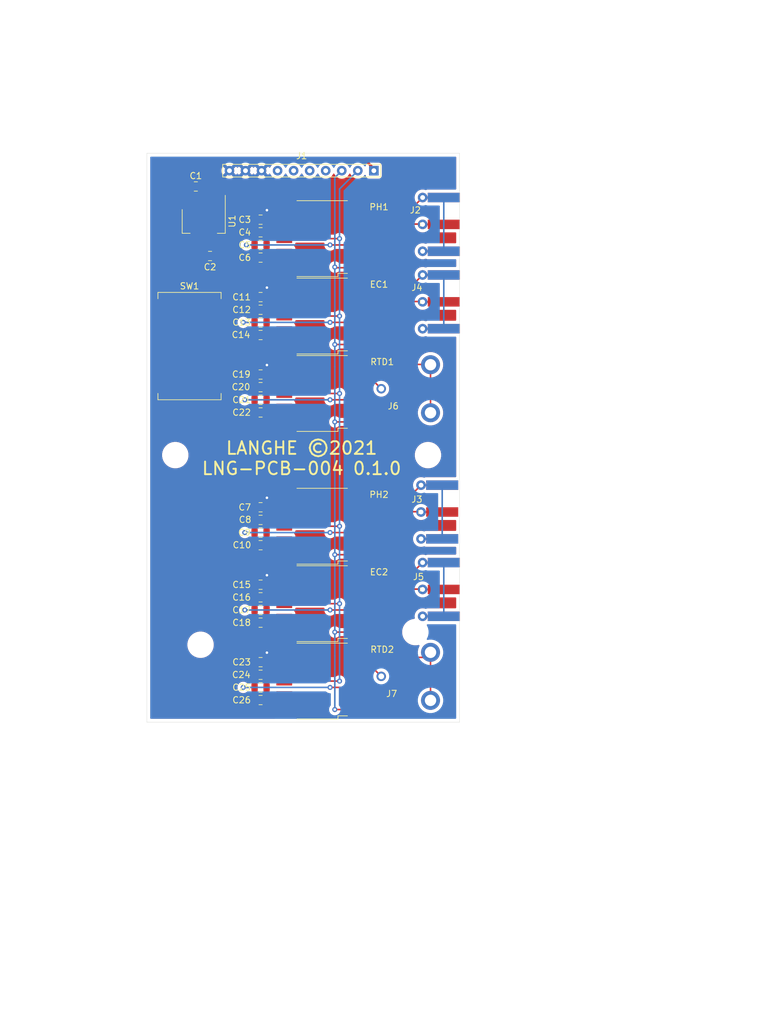
<source format=kicad_pcb>
(kicad_pcb (version 20211014) (generator pcbnew)
  (layers (0 "F.Cu" signal) (31 "B.Cu" signal) (34 "B.Paste" user) (35 "F.Paste" user) (36 "B.SilkS" user "B.Silkscreen") (37 "F.SilkS" user "F.Silkscreen") (38 "B.Mask" user) (39 "F.Mask" user) (44 "Edge.Cuts" user))
  (net 0 "")
  (net 1 "GND")
  (net 2 "VDD")
  (net 3 "+3V3")
  (net 4 "/R_PH_VCC")
  (net 5 "/S_PH_VCC")
  (net 6 "/R_EC_VCC")
  (net 7 "/S_EC_VCC")
  (net 8 "/R_RTD_VCC")
  (net 9 "/S_RTD_VCC")
  (net 10 "Net-(EC1-Pad10)")
  (net 11 "Net-(EC1-Pad9)")
  (net 12 "/SCL")
  (net 13 "Net-(EC1-Pad7)")
  (net 14 "Net-(EC1-Pad5)")
  (net 15 "Net-(EC1-Pad4)")
  (net 16 "Net-(EC1-Pad2)")
  (net 17 "/SDA")
  (net 18 "Net-(EC2-Pad10)")
  (net 19 "Net-(EC2-Pad9)")
  (net 20 "Net-(EC2-Pad7)")
  (net 21 "Net-(EC2-Pad5)")
  (net 22 "Net-(EC2-Pad4)")
  (net 23 "Net-(EC2-Pad2)")
  (net 24 "Net-(J1-Pad7)")
  (net 25 "Net-(J1-Pad6)")
  (net 26 "Net-(J1-Pad5)")
  (net 27 "Net-(J1-Pad4)")
  (net 28 "Net-(J2-Pad1)")
  (net 29 "Net-(J2-Pad2)")
  (net 30 "Net-(J3-Pad1)")
  (net 31 "Net-(J3-Pad2)")
  (net 32 "Net-(J6-Pad1)")
  (net 33 "Net-(J6-Pad2)")
  (net 34 "Net-(J7-Pad1)")
  (net 35 "Net-(J7-Pad2)")
  (net 36 "Net-(PH1-Pad10)")
  (net 37 "Net-(PH1-Pad9)")
  (net 38 "Net-(PH1-Pad7)")
  (net 39 "Net-(PH1-Pad2)")
  (net 40 "Net-(PH2-Pad10)")
  (net 41 "Net-(PH2-Pad9)")
  (net 42 "Net-(PH2-Pad7)")
  (net 43 "Net-(PH2-Pad2)")
  (net 44 "Net-(RTD1-Pad10)")
  (net 45 "Net-(RTD1-Pad9)")
  (net 46 "Net-(RTD1-Pad7)")
  (net 47 "Net-(RTD1-Pad2)")
  (net 48 "Net-(RTD2-Pad10)")
  (net 49 "Net-(RTD2-Pad9)")
  (net 50 "Net-(RTD2-Pad7)")
  (net 51 "Net-(RTD2-Pad2)")
  (footprint "Capacitor_SMD:C_0805_2012Metric" (layer "F.Cu") (at 208.25 24.5)
    (fp_text reference "C1" (at 0 -1.68) (layer "F.SilkS"))
    (fp_text value "0.1uF")
    (pad "1" smd roundrect locked (at -0.95 0) (size 1 1.45) (layers "F.Cu" "F.Paste" "F.Mask") (net 2 "VDD"))
    (pad "2" smd roundrect locked (at 0.95 0) (size 1 1.45) (layers "F.Cu" "F.Paste" "F.Mask") (net 1 "GND"))
  )
  (footprint "Capacitor_SMD:C_0805_2012Metric" (layer "F.Cu") (at 210.5 35.5)
    (fp_text reference "C2" (at 0 1.75) (layer "F.SilkS"))
    (fp_text value "0.1uF")
    (pad "1" smd roundrect locked (at -0.95 0) (size 1 1.45) (layers "F.Cu" "F.Paste" "F.Mask") (net 3 "+3V3"))
    (pad "2" smd roundrect locked (at 0.95 0) (size 1 1.45) (layers "F.Cu" "F.Paste" "F.Mask") (net 1 "GND"))
  )
  (footprint "Capacitor_SMD:C_0805_2012Metric" (layer "F.Cu") (at 218.5 29.75)
    (fp_text reference "C3" (at -2.5 0) (layer "F.SilkS"))
    (fp_text value "0.1uF")
    (pad "1" smd roundrect locked (at -0.95 0) (size 1 1.45) (layers "F.Cu" "F.Paste" "F.Mask") (net 4 "/R_PH_VCC"))
    (pad "2" smd roundrect locked (at 0.95 0) (size 1 1.45) (layers "F.Cu" "F.Paste" "F.Mask") (net 1 "GND"))
  )
  (footprint "Capacitor_SMD:C_0805_2012Metric" (layer "F.Cu") (at 218.5 31.75)
    (fp_text reference "C4" (at -2.5 0) (layer "F.SilkS"))
    (fp_text value "0.1uF")
    (pad "1" smd roundrect locked (at -0.95 0) (size 1 1.45) (layers "F.Cu" "F.Paste" "F.Mask") (net 4 "/R_PH_VCC"))
    (pad "2" smd roundrect locked (at 0.95 0) (size 1 1.45) (layers "F.Cu" "F.Paste" "F.Mask") (net 1 "GND"))
  )
  (footprint "Capacitor_SMD:C_0805_2012Metric" (layer "F.Cu") (at 218.5 33.75)
    (fp_text reference "C5" (at -2.5 0) (layer "F.SilkS"))
    (fp_text value "0.1uF")
    (pad "1" smd roundrect locked (at -0.95 0) (size 1 1.45) (layers "F.Cu" "F.Paste" "F.Mask") (net 4 "/R_PH_VCC"))
    (pad "2" smd roundrect locked (at 0.95 0) (size 1 1.45) (layers "F.Cu" "F.Paste" "F.Mask") (net 1 "GND"))
  )
  (footprint "Capacitor_SMD:C_0805_2012Metric" (layer "F.Cu") (at 218.5 35.75)
    (fp_text reference "C6" (at -2.5 0) (layer "F.SilkS"))
    (fp_text value "0.1uF")
    (pad "1" smd roundrect locked (at -0.95 0) (size 1 1.45) (layers "F.Cu" "F.Paste" "F.Mask") (net 4 "/R_PH_VCC"))
    (pad "2" smd roundrect locked (at 0.95 0) (size 1 1.45) (layers "F.Cu" "F.Paste" "F.Mask") (net 1 "GND"))
  )
  (footprint "Capacitor_SMD:C_0805_2012Metric" (layer "F.Cu") (at 218.5 75.25)
    (fp_text reference "C7" (at -2.5 0) (layer "F.SilkS"))
    (fp_text value "0.1uF")
    (pad "1" smd roundrect locked (at -0.95 0) (size 1 1.45) (layers "F.Cu" "F.Paste" "F.Mask") (net 5 "/S_PH_VCC"))
    (pad "2" smd roundrect locked (at 0.95 0) (size 1 1.45) (layers "F.Cu" "F.Paste" "F.Mask") (net 1 "GND"))
  )
  (footprint "Capacitor_SMD:C_0805_2012Metric" (layer "F.Cu") (at 218.5 77.25)
    (fp_text reference "C8" (at -2.45 -0.04) (layer "F.SilkS"))
    (fp_text value "0.1uF")
    (pad "1" smd roundrect locked (at -0.95 0) (size 1 1.45) (layers "F.Cu" "F.Paste" "F.Mask") (net 5 "/S_PH_VCC"))
    (pad "2" smd roundrect locked (at 0.95 0) (size 1 1.45) (layers "F.Cu" "F.Paste" "F.Mask") (net 1 "GND"))
  )
  (footprint "Capacitor_SMD:C_0805_2012Metric" (layer "F.Cu") (at 218.5 79.25)
    (fp_text reference "C9" (at -2.56 0) (layer "F.SilkS"))
    (fp_text value "0.1uF")
    (pad "1" smd roundrect locked (at -0.95 0) (size 1 1.45) (layers "F.Cu" "F.Paste" "F.Mask") (net 5 "/S_PH_VCC"))
    (pad "2" smd roundrect locked (at 0.95 0) (size 1 1.45) (layers "F.Cu" "F.Paste" "F.Mask") (net 1 "GND"))
  )
  (footprint "Capacitor_SMD:C_0805_2012Metric" (layer "F.Cu") (at 218.5 81.25)
    (fp_text reference "C10" (at -2.95 -0.03) (layer "F.SilkS"))
    (fp_text value "0.1uF")
    (pad "1" smd roundrect locked (at -0.95 0) (size 1 1.45) (layers "F.Cu" "F.Paste" "F.Mask") (net 5 "/S_PH_VCC"))
    (pad "2" smd roundrect locked (at 0.95 0) (size 1 1.45) (layers "F.Cu" "F.Paste" "F.Mask") (net 1 "GND"))
  )
  (footprint "Capacitor_SMD:C_0805_2012Metric" (layer "F.Cu") (at 218.5 42)
    (fp_text reference "C11" (at -3 0) (layer "F.SilkS"))
    (fp_text value "0.1uF")
    (pad "1" smd roundrect locked (at -0.95 0) (size 1 1.45) (layers "F.Cu" "F.Paste" "F.Mask") (net 6 "/R_EC_VCC"))
    (pad "2" smd roundrect locked (at 0.95 0) (size 1 1.45) (layers "F.Cu" "F.Paste" "F.Mask") (net 1 "GND"))
  )
  (footprint "Capacitor_SMD:C_0805_2012Metric" (layer "F.Cu") (at 218.5 44)
    (fp_text reference "C12" (at -3 0) (layer "F.SilkS"))
    (fp_text value "0.1uF")
    (pad "1" smd roundrect locked (at -0.95 0) (size 1 1.45) (layers "F.Cu" "F.Paste" "F.Mask") (net 6 "/R_EC_VCC"))
    (pad "2" smd roundrect locked (at 0.95 0) (size 1 1.45) (layers "F.Cu" "F.Paste" "F.Mask") (net 1 "GND"))
  )
  (footprint "Capacitor_SMD:C_0805_2012Metric" (layer "F.Cu") (at 218.5 46)
    (fp_text reference "C13" (at -3 0) (layer "F.SilkS"))
    (fp_text value "0.1uF")
    (pad "1" smd roundrect locked (at -0.95 0) (size 1 1.45) (layers "F.Cu" "F.Paste" "F.Mask") (net 6 "/R_EC_VCC"))
    (pad "2" smd roundrect locked (at 0.95 0) (size 1 1.45) (layers "F.Cu" "F.Paste" "F.Mask") (net 1 "GND"))
  )
  (footprint "Capacitor_SMD:C_0805_2012Metric" (layer "F.Cu") (at 218.5 48)
    (fp_text reference "C14" (at -3.1 -0.04) (layer "F.SilkS"))
    (fp_text value "0.1uF")
    (pad "1" smd roundrect locked (at -0.95 0) (size 1 1.45) (layers "F.Cu" "F.Paste" "F.Mask") (net 6 "/R_EC_VCC"))
    (pad "2" smd roundrect locked (at 0.95 0) (size 1 1.45) (layers "F.Cu" "F.Paste" "F.Mask") (net 1 "GND"))
  )
  (footprint "Capacitor_SMD:C_0805_2012Metric" (layer "F.Cu") (at 218.5 87.5)
    (fp_text reference "C15" (at -3 0) (layer "F.SilkS"))
    (fp_text value "0.1uF")
    (pad "1" smd roundrect locked (at -0.95 0) (size 1 1.45) (layers "F.Cu" "F.Paste" "F.Mask") (net 7 "/S_EC_VCC"))
    (pad "2" smd roundrect locked (at 0.95 0) (size 1 1.45) (layers "F.Cu" "F.Paste" "F.Mask") (net 1 "GND"))
  )
  (footprint "Capacitor_SMD:C_0805_2012Metric" (layer "F.Cu") (at 218.5 89.5)
    (fp_text reference "C16" (at -3 0) (layer "F.SilkS"))
    (fp_text value "0.1uF")
    (pad "1" smd roundrect locked (at -0.95 0) (size 1 1.45) (layers "F.Cu" "F.Paste" "F.Mask") (net 7 "/S_EC_VCC"))
    (pad "2" smd roundrect locked (at 0.95 0) (size 1 1.45) (layers "F.Cu" "F.Paste" "F.Mask") (net 1 "GND"))
  )
  (footprint "Capacitor_SMD:C_0805_2012Metric" (layer "F.Cu") (at 218.5 91.5)
    (fp_text reference "C17" (at -3 0) (layer "F.SilkS"))
    (fp_text value "0.1uF")
    (pad "1" smd roundrect locked (at -0.95 0) (size 1 1.45) (layers "F.Cu" "F.Paste" "F.Mask") (net 7 "/S_EC_VCC"))
    (pad "2" smd roundrect locked (at 0.95 0) (size 1 1.45) (layers "F.Cu" "F.Paste" "F.Mask") (net 1 "GND"))
  )
  (footprint "Capacitor_SMD:C_0805_2012Metric" (layer "F.Cu") (at 218.5 93.5)
    (fp_text reference "C18" (at -3 0) (layer "F.SilkS"))
    (fp_text value "0.1uF")
    (pad "1" smd roundrect locked (at -0.95 0) (size 1 1.45) (layers "F.Cu" "F.Paste" "F.Mask") (net 7 "/S_EC_VCC"))
    (pad "2" smd roundrect locked (at 0.95 0) (size 1 1.45) (layers "F.Cu" "F.Paste" "F.Mask") (net 1 "GND"))
  )
  (footprint "Capacitor_SMD:C_0805_2012Metric" (layer "F.Cu") (at 218.5 54.25)
    (fp_text reference "C19" (at -3.05 -0.03) (layer "F.SilkS"))
    (fp_text value "0.1uF")
    (pad "1" smd roundrect locked (at -0.95 0) (size 1 1.45) (layers "F.Cu" "F.Paste" "F.Mask") (net 8 "/R_RTD_VCC"))
    (pad "2" smd roundrect locked (at 0.95 0) (size 1 1.45) (layers "F.Cu" "F.Paste" "F.Mask") (net 1 "GND"))
  )
  (footprint "Capacitor_SMD:C_0805_2012Metric" (layer "F.Cu") (at 218.5 56.25)
    (fp_text reference "C20" (at -3.1 -0.03) (layer "F.SilkS"))
    (fp_text value "0.1uF")
    (pad "1" smd roundrect locked (at -0.95 0) (size 1 1.45) (layers "F.Cu" "F.Paste" "F.Mask") (net 8 "/R_RTD_VCC"))
    (pad "2" smd roundrect locked (at 0.95 0) (size 1 1.45) (layers "F.Cu" "F.Paste" "F.Mask") (net 1 "GND"))
  )
  (footprint "Capacitor_SMD:C_0805_2012Metric" (layer "F.Cu") (at 218.5 58.25)
    (fp_text reference "C21" (at -3 0) (layer "F.SilkS"))
    (fp_text value "0.1uF")
    (pad "1" smd roundrect locked (at -0.95 0) (size 1 1.45) (layers "F.Cu" "F.Paste" "F.Mask") (net 8 "/R_RTD_VCC"))
    (pad "2" smd roundrect locked (at 0.95 0) (size 1 1.45) (layers "F.Cu" "F.Paste" "F.Mask") (net 1 "GND"))
  )
  (footprint "Capacitor_SMD:C_0805_2012Metric" (layer "F.Cu") (at 218.5 60.25)
    (fp_text reference "C22" (at -3 0) (layer "F.SilkS"))
    (fp_text value "0.1uF")
    (pad "1" smd roundrect locked (at -0.95 0) (size 1 1.45) (layers "F.Cu" "F.Paste" "F.Mask") (net 8 "/R_RTD_VCC"))
    (pad "2" smd roundrect locked (at 0.95 0) (size 1 1.45) (layers "F.Cu" "F.Paste" "F.Mask") (net 1 "GND"))
  )
  (footprint "Capacitor_SMD:C_0805_2012Metric" (layer "F.Cu") (at 218.5 99.75)
    (fp_text reference "C23" (at -3 0) (layer "F.SilkS"))
    (fp_text value "0.1uF")
    (pad "1" smd roundrect locked (at -0.95 0) (size 1 1.45) (layers "F.Cu" "F.Paste" "F.Mask") (net 9 "/S_RTD_VCC"))
    (pad "2" smd roundrect locked (at 0.95 0) (size 1 1.45) (layers "F.Cu" "F.Paste" "F.Mask") (net 1 "GND"))
  )
  (footprint "Capacitor_SMD:C_0805_2012Metric" (layer "F.Cu") (at 218.5 101.75)
    (fp_text reference "C24" (at -3.05 0) (layer "F.SilkS"))
    (fp_text value "0.1uF")
    (pad "1" smd roundrect locked (at -0.95 0) (size 1 1.45) (layers "F.Cu" "F.Paste" "F.Mask") (net 9 "/S_RTD_VCC"))
    (pad "2" smd roundrect locked (at 0.95 0) (size 1 1.45) (layers "F.Cu" "F.Paste" "F.Mask") (net 1 "GND"))
  )
  (footprint "Capacitor_SMD:C_0805_2012Metric" (layer "F.Cu") (at 218.5 103.75)
    (fp_text reference "C25" (at -3 0) (layer "F.SilkS"))
    (fp_text value "0.1uF")
    (pad "1" smd roundrect locked (at -0.95 0) (size 1 1.45) (layers "F.Cu" "F.Paste" "F.Mask") (net 9 "/S_RTD_VCC"))
    (pad "2" smd roundrect locked (at 0.95 0) (size 1 1.45) (layers "F.Cu" "F.Paste" "F.Mask") (net 1 "GND"))
  )
  (footprint "Capacitor_SMD:C_0805_2012Metric" (layer "F.Cu") (at 218.5 105.75)
    (fp_text reference "C26" (at -3 0) (layer "F.SilkS"))
    (fp_text value "0.1uF")
    (pad "1" smd roundrect locked (at -0.95 0) (size 1 1.45) (layers "F.Cu" "F.Paste" "F.Mask") (net 9 "/S_RTD_VCC"))
    (pad "2" smd roundrect locked (at 0.95 0) (size 1 1.45) (layers "F.Cu" "F.Paste" "F.Mask") (net 1 "GND"))
  )
  (footprint "BCR_Langhe:AtlasScientific_OEM" (layer "F.Cu") (at 228.25 90.5 180)
    (fp_text reference "EC2" (at -9 5) (layer "F.SilkS"))
    (fp_text value "AtlasScientific_EC")
    (pad "1" smd rect locked (at -6 -4.6 180) (size 2.5 1.4) (layers "F.Cu" "F.Paste" "F.Mask") (net 17 "/SDA"))
    (pad "2" smd rect locked (at -6 -2.3 180) (size 2.5 1.4) (layers "F.Cu" "F.Paste" "F.Mask") (net 23 "Net-(EC2-Pad2)"))
    (pad "3" smd rect locked (at -6 0 180) (size 2.5 1.4) (layers "F.Cu" "F.Paste" "F.Mask") (net 7 "/S_EC_VCC"))
    (pad "4" smd rect locked (at -6 2.3 180) (size 2.5 1.4) (layers "F.Cu" "F.Paste" "F.Mask") (net 22 "Net-(EC2-Pad4)"))
    (pad "5" smd rect locked (at -6 4.6 180) (size 2.5 1.4) (layers "F.Cu" "F.Paste" "F.Mask") (net 21 "Net-(EC2-Pad5)"))
    (pad "6" smd rect locked (at 6 4.6 180) (size 2.5 1.4) (layers "F.Cu" "F.Paste" "F.Mask") (net 1 "GND"))
    (pad "7" smd rect locked (at 6 2.3 180) (size 2.5 1.4) (layers "F.Cu" "F.Paste" "F.Mask") (net 20 "Net-(EC2-Pad7)"))
    (pad "8" smd rect locked (at 6 0 180) (size 2.5 1.4) (layers "F.Cu" "F.Paste" "F.Mask") (net 12 "/SCL"))
    (pad "9" smd rect locked (at 6 -2.3 180) (size 2.5 1.4) (layers "F.Cu" "F.Paste" "F.Mask") (net 19 "Net-(EC2-Pad9)"))
    (pad "10" smd rect locked (at 6 -4.6 180) (size 2.5 1.4) (layers "F.Cu" "F.Paste" "F.Mask") (net 18 "Net-(EC2-Pad10)"))
  )
  (footprint "BCR_Connector:Molex_BNC_Jack_73100" (layer "F.Cu") (at 245.25 56.5 90)
    (fp_text reference "J6" (at -2.75 -5.75) (layer "F.SilkS"))
    (fp_text value "BNC")
    (pad "1" thru_hole circle locked (at 0 -7.65 90) (size 1.5 1.5) (drill 0.92) (layers *.Cu *.Mask) (net 32 "Net-(J6-Pad1)"))
    (pad "2" thru_hole circle locked (at 3.8 0.15 90) (size 3 3) (drill 1.8) (layers *.Cu *.Mask) (net 33 "Net-(J6-Pad2)"))
    (pad "2" thru_hole circle locked (at -3.8 0.15 90) (size 3 3) (drill 1.8) (layers *.Cu *.Mask) (net 33 "Net-(J6-Pad2)"))
  )
  (footprint "BCR_Langhe:AtlasScientific_OEM" (layer "F.Cu") (at 228.25 32.75 180)
    (fp_text reference "PH1" (at -9 5) (layer "F.SilkS"))
    (fp_text value "AtlasScientific_PH")
    (pad "1" smd rect locked (at -6 -4.6 180) (size 2.5 1.4) (layers "F.Cu" "F.Paste" "F.Mask") (net 17 "/SDA"))
    (pad "2" smd rect locked (at -6 -2.3 180) (size 2.5 1.4) (layers "F.Cu" "F.Paste" "F.Mask") (net 39 "Net-(PH1-Pad2)"))
    (pad "3" smd rect locked (at -6 0 180) (size 2.5 1.4) (layers "F.Cu" "F.Paste" "F.Mask") (net 4 "/R_PH_VCC"))
    (pad "4" smd rect locked (at -6 2.3 180) (size 2.5 1.4) (layers "F.Cu" "F.Paste" "F.Mask") (net 28 "Net-(J2-Pad1)"))
    (pad "5" smd rect locked (at -6 4.6 180) (size 2.5 1.4) (layers "F.Cu" "F.Paste" "F.Mask") (net 29 "Net-(J2-Pad2)"))
    (pad "6" smd rect locked (at 6 4.6 180) (size 2.5 1.4) (layers "F.Cu" "F.Paste" "F.Mask") (net 1 "GND"))
    (pad "7" smd rect locked (at 6 2.3 180) (size 2.5 1.4) (layers "F.Cu" "F.Paste" "F.Mask") (net 38 "Net-(PH1-Pad7)"))
    (pad "8" smd rect locked (at 6 0 180) (size 2.5 1.4) (layers "F.Cu" "F.Paste" "F.Mask") (net 12 "/SCL"))
    (pad "9" smd rect locked (at 6 -2.3 180) (size 2.5 1.4) (layers "F.Cu" "F.Paste" "F.Mask") (net 37 "Net-(PH1-Pad9)"))
    (pad "10" smd rect locked (at 6 -4.6 180) (size 2.5 1.4) (layers "F.Cu" "F.Paste" "F.Mask") (net 36 "Net-(PH1-Pad10)"))
  )
  (footprint "BCR_Langhe:AtlasScientific_OEM" (layer "F.Cu") (at 228.25 78.25 180)
    (fp_text reference "PH2" (at -9 5) (layer "F.SilkS"))
    (fp_text value "AtlasScientific_PH")
    (pad "1" smd rect locked (at -6 -4.6 180) (size 2.5 1.4) (layers "F.Cu" "F.Paste" "F.Mask") (net 17 "/SDA"))
    (pad "2" smd rect locked (at -6 -2.3 180) (size 2.5 1.4) (layers "F.Cu" "F.Paste" "F.Mask") (net 43 "Net-(PH2-Pad2)"))
    (pad "3" smd rect locked (at -6 0 180) (size 2.5 1.4) (layers "F.Cu" "F.Paste" "F.Mask") (net 5 "/S_PH_VCC"))
    (pad "4" smd rect locked (at -6 2.3 180) (size 2.5 1.4) (layers "F.Cu" "F.Paste" "F.Mask") (net 30 "Net-(J3-Pad1)"))
    (pad "5" smd rect locked (at -6 4.6 180) (size 2.5 1.4) (layers "F.Cu" "F.Paste" "F.Mask") (net 31 "Net-(J3-Pad2)"))
    (pad "6" smd rect locked (at 6 4.6 180) (size 2.5 1.4) (layers "F.Cu" "F.Paste" "F.Mask") (net 1 "GND"))
    (pad "7" smd rect locked (at 6 2.3 180) (size 2.5 1.4) (layers "F.Cu" "F.Paste" "F.Mask") (net 42 "Net-(PH2-Pad7)"))
    (pad "8" smd rect locked (at 6 0 180) (size 2.5 1.4) (layers "F.Cu" "F.Paste" "F.Mask") (net 12 "/SCL"))
    (pad "9" smd rect locked (at 6 -2.3 180) (size 2.5 1.4) (layers "F.Cu" "F.Paste" "F.Mask") (net 41 "Net-(PH2-Pad9)"))
    (pad "10" smd rect locked (at 6 -4.6 180) (size 2.5 1.4) (layers "F.Cu" "F.Paste" "F.Mask") (net 40 "Net-(PH2-Pad10)"))
  )
  (footprint "BCR_Langhe:AtlasScientific_OEM" (layer "F.Cu") (at 228.25 102.75 180)
    (fp_text reference "RTD2" (at -9.5 5) (layer "F.SilkS"))
    (fp_text value "AtlasScientific_RTD")
    (pad "1" smd rect locked (at -6 -4.6 180) (size 2.5 1.4) (layers "F.Cu" "F.Paste" "F.Mask") (net 17 "/SDA"))
    (pad "2" smd rect locked (at -6 -2.3 180) (size 2.5 1.4) (layers "F.Cu" "F.Paste" "F.Mask") (net 51 "Net-(RTD2-Pad2)"))
    (pad "3" smd rect locked (at -6 0 180) (size 2.5 1.4) (layers "F.Cu" "F.Paste" "F.Mask") (net 9 "/S_RTD_VCC"))
    (pad "4" smd rect locked (at -6 2.3 180) (size 2.5 1.4) (layers "F.Cu" "F.Paste" "F.Mask") (net 34 "Net-(J7-Pad1)"))
    (pad "5" smd rect locked (at -6 4.6 180) (size 2.5 1.4) (layers "F.Cu" "F.Paste" "F.Mask") (net 35 "Net-(J7-Pad2)"))
    (pad "6" smd rect locked (at 6 4.6 180) (size 2.5 1.4) (layers "F.Cu" "F.Paste" "F.Mask") (net 1 "GND"))
    (pad "7" smd rect locked (at 6 2.3 180) (size 2.5 1.4) (layers "F.Cu" "F.Paste" "F.Mask") (net 50 "Net-(RTD2-Pad7)"))
    (pad "8" smd rect locked (at 6 0 180) (size 2.5 1.4) (layers "F.Cu" "F.Paste" "F.Mask") (net 12 "/SCL"))
    (pad "9" smd rect locked (at 6 -2.3 180) (size 2.5 1.4) (layers "F.Cu" "F.Paste" "F.Mask") (net 49 "Net-(RTD2-Pad9)"))
    (pad "10" smd rect locked (at 6 -4.6 180) (size 2.5 1.4) (layers "F.Cu" "F.Paste" "F.Mask") (net 48 "Net-(RTD2-Pad10)"))
  )
  (footprint "BCR_Switch:Cixi_SMD_DIP_Switch_6" (layer "F.Cu") (at 207.25 49.75)
    (fp_text reference "SW1" (at 0 -9.49) (layer "F.SilkS"))
    (fp_text value "SW_DIP_x06")
    (pad "1" smd rect locked (at -4.3 -6.275) (size 3.7 1.15) (layers "F.Cu" "F.Paste" "F.Mask") (net 3 "+3V3"))
    (pad "2" smd rect locked (at -4.3 -3.765) (size 3.7 1.15) (layers "F.Cu" "F.Paste" "F.Mask") (net 3 "+3V3"))
    (pad "3" smd rect locked (at -4.3 -1.255) (size 3.7 1.15) (layers "F.Cu" "F.Paste" "F.Mask") (net 3 "+3V3"))
    (pad "4" smd rect locked (at -4.3 1.255) (size 3.7 1.15) (layers "F.Cu" "F.Paste" "F.Mask") (net 3 "+3V3"))
    (pad "5" smd rect locked (at -4.3 3.765) (size 3.7 1.15) (layers "F.Cu" "F.Paste" "F.Mask") (net 3 "+3V3"))
    (pad "6" smd rect locked (at -4.3 6.275) (size 3.7 1.15) (layers "F.Cu" "F.Paste" "F.Mask") (net 3 "+3V3"))
    (pad "7" smd rect locked (at 4.3 6.275) (size 3.7 1.15) (layers "F.Cu" "F.Paste" "F.Mask") (net 9 "/S_RTD_VCC"))
    (pad "8" smd rect locked (at 4.3 3.765) (size 3.7 1.15) (layers "F.Cu" "F.Paste" "F.Mask") (net 7 "/S_EC_VCC"))
    (pad "9" smd rect locked (at 4.3 1.255) (size 3.7 1.15) (layers "F.Cu" "F.Paste" "F.Mask") (net 5 "/S_PH_VCC"))
    (pad "10" smd rect locked (at 4.3 -1.255) (size 3.7 1.15) (layers "F.Cu" "F.Paste" "F.Mask") (net 8 "/R_RTD_VCC"))
    (pad "11" smd rect locked (at 4.3 -3.765) (size 3.7 1.15) (layers "F.Cu" "F.Paste" "F.Mask") (net 6 "/R_EC_VCC"))
    (pad "12" smd rect locked (at 4.3 -6.275) (size 3.7 1.15) (layers "F.Cu" "F.Paste" "F.Mask") (net 4 "/R_PH_VCC"))
  )
  (footprint "Package_TO_SOT_SMD:SOT-223-3_TabPin2" (layer "F.Cu") (at 209.5 30 -90)
    (fp_text reference "U1" (at 0 -4.5 90) (layer "F.SilkS"))
    (fp_text value "AMS1117-5.0")
    (pad "1" smd rect locked (at -3.15 -2.3 270) (size 2 1.5) (layers "F.Cu" "F.Paste" "F.Mask") (net 1 "GND"))
    (pad "2" smd rect locked (at -3.15 0 270) (size 2 1.5) (layers "F.Cu" "F.Paste" "F.Mask") (net 3 "+3V3"))
    (pad "2" smd rect locked (at 3.15 0 270) (size 2 3.8) (layers "F.Cu" "F.Paste" "F.Mask") (net 3 "+3V3"))
    (pad "3" smd rect locked (at -3.15 2.3 270) (size 2 1.5) (layers "F.Cu" "F.Paste" "F.Mask") (net 2 "VDD"))
  )
  (footprint "BCR_Connector:SMA_EdgeMount" (layer "F.Cu") (at 247.5 30.5)
    (fp_text reference "J2" (at -4.5 -2.25 180) (layer "F.SilkS"))
    (fp_text value "SMA")
    (pad "1" smd rect locked (at 0 0 90) (size 1.5 5.08) (layers "F.Cu" "F.Paste" "F.Mask") (net 28 "Net-(J2-Pad1)"))
    (pad "1" thru_hole circle locked (at -3.35 0) (size 1.524 1.524) (drill 0.762) (layers *.Cu *.Mask) (net 28 "Net-(J2-Pad1)"))
    (pad "2" smd rect locked (at 0 -4.25 90) (size 1.5 5.08) (layers "B.Cu" "B.Paste" "B.Mask") (net 29 "Net-(J2-Pad2)"))
    (pad "2" smd rect locked (at 0 4.25 90) (size 1.5 5.08) (layers "B.Cu" "B.Paste" "B.Mask") (net 29 "Net-(J2-Pad2)"))
    (pad "2" smd rect locked (at 0 4.25 90) (size 1.5 5.08) (layers "F.Cu" "F.Paste" "F.Mask") (net 29 "Net-(J2-Pad2)"))
    (pad "2" thru_hole circle locked (at -3.35 4.25) (size 1.524 1.524) (drill 0.762) (layers *.Cu *.Mask) (net 29 "Net-(J2-Pad2)"))
    (pad "2" thru_hole circle locked (at -3.35 -4.25) (size 1.524 1.524) (drill 0.762) (layers *.Cu *.Mask) (net 29 "Net-(J2-Pad2)"))
    (pad "2" smd rect locked (at 0 -4.25 90) (size 1.5 5.08) (layers "F.Cu" "F.Paste" "F.Mask") (net 29 "Net-(J2-Pad2)"))
  )
  (footprint "BCR_Connector:SMA_EdgeMount" (layer "F.Cu") (at 247.25 76)
    (fp_text reference "J3" (at -4 -2 180) (layer "F.SilkS"))
    (fp_text value "SMA")
    (pad "1" smd rect locked (at 0 0 90) (size 1.5 5.08) (layers "F.Cu" "F.Paste" "F.Mask") (net 30 "Net-(J3-Pad1)"))
    (pad "1" thru_hole circle locked (at -3.35 0) (size 1.524 1.524) (drill 0.762) (layers *.Cu *.Mask) (net 30 "Net-(J3-Pad1)"))
    (pad "2" smd rect locked (at 0 -4.25 90) (size 1.5 5.08) (layers "F.Cu" "F.Paste" "F.Mask") (net 31 "Net-(J3-Pad2)"))
    (pad "2" smd rect locked (at 0 -4.25 90) (size 1.5 5.08) (layers "B.Cu" "B.Paste" "B.Mask") (net 31 "Net-(J3-Pad2)"))
    (pad "2" smd rect locked (at 0 4.25 90) (size 1.5 5.08) (layers "B.Cu" "B.Paste" "B.Mask") (net 31 "Net-(J3-Pad2)"))
    (pad "2" smd rect locked (at 0 4.25 90) (size 1.5 5.08) (layers "F.Cu" "F.Paste" "F.Mask") (net 31 "Net-(J3-Pad2)"))
    (pad "2" thru_hole circle locked (at -3.35 4.25) (size 1.524 1.524) (drill 0.762) (layers *.Cu *.Mask) (net 31 "Net-(J3-Pad2)"))
    (pad "2" thru_hole circle locked (at -3.35 -4.25) (size 1.524 1.524) (drill 0.762) (layers *.Cu *.Mask) (net 31 "Net-(J3-Pad2)"))
  )
  (footprint "BCR_Connector:SMA_EdgeMount" (layer "F.Cu") (at 247.5 42.75)
    (fp_text reference "J4" (at -4.25 -2.25 180) (layer "F.SilkS"))
    (fp_text value "SMA")
    (pad "1" smd rect locked (at 0 0 90) (size 1.5 5.08) (layers "F.Cu" "F.Paste" "F.Mask") (net 15 "Net-(EC1-Pad4)"))
    (pad "1" thru_hole circle locked (at -3.35 0) (size 1.524 1.524) (drill 0.762) (layers *.Cu *.Mask) (net 15 "Net-(EC1-Pad4)"))
    (pad "2" thru_hole circle locked (at -3.35 4.25) (size 1.524 1.524) (drill 0.762) (layers *.Cu *.Mask) (net 14 "Net-(EC1-Pad5)"))
    (pad "2" smd rect locked (at 0 -4.25 90) (size 1.5 5.08) (layers "F.Cu" "F.Paste" "F.Mask") (net 14 "Net-(EC1-Pad5)"))
    (pad "2" thru_hole circle locked (at -3.35 -4.25) (size 1.524 1.524) (drill 0.762) (layers *.Cu *.Mask) (net 14 "Net-(EC1-Pad5)"))
    (pad "2" smd rect locked (at 0 -4.25 90) (size 1.5 5.08) (layers "B.Cu" "B.Paste" "B.Mask") (net 14 "Net-(EC1-Pad5)"))
    (pad "2" smd rect locked (at 0 4.25 90) (size 1.5 5.08) (layers "B.Cu" "B.Paste" "B.Mask") (net 14 "Net-(EC1-Pad5)"))
    (pad "2" smd rect locked (at 0 4.25 90) (size 1.5 5.08) (layers "F.Cu" "F.Paste" "F.Mask") (net 14 "Net-(EC1-Pad5)"))
  )
  (footprint "BCR_Connector:SMA_EdgeMount" (layer "F.Cu") (at 247.5 88.25)
    (fp_text reference "J5" (at -4 -2 180) (layer "F.SilkS"))
    (fp_text value "SMA")
    (pad "1" thru_hole circle locked (at -3.35 0) (size 1.524 1.524) (drill 0.762) (layers *.Cu *.Mask) (net 22 "Net-(EC2-Pad4)"))
    (pad "1" smd rect locked (at 0 0 90) (size 1.5 5.08) (layers "F.Cu" "F.Paste" "F.Mask") (net 22 "Net-(EC2-Pad4)"))
    (pad "2" thru_hole circle locked (at -3.35 4.25) (size 1.524 1.524) (drill 0.762) (layers *.Cu *.Mask) (net 21 "Net-(EC2-Pad5)"))
    (pad "2" smd rect locked (at 0 4.25 90) (size 1.5 5.08) (layers "B.Cu" "B.Paste" "B.Mask") (net 21 "Net-(EC2-Pad5)"))
    (pad "2" smd rect locked (at 0 -4.25 90) (size 1.5 5.08) (layers "F.Cu" "F.Paste" "F.Mask") (net 21 "Net-(EC2-Pad5)"))
    (pad "2" smd rect locked (at 0 -4.25 90) (size 1.5 5.08) (layers "B.Cu" "B.Paste" "B.Mask") (net 21 "Net-(EC2-Pad5)"))
    (pad "2" smd rect locked (at 0 4.25 90) (size 1.5 5.08) (layers "F.Cu" "F.Paste" "F.Mask") (net 21 "Net-(EC2-Pad5)"))
    (pad "2" thru_hole circle locked (at -3.35 -4.25) (size 1.524 1.524) (drill 0.762) (layers *.Cu *.Mask) (net 21 "Net-(EC2-Pad5)"))
  )
  (footprint "BCR_Langhe:AtlasScientific_OEM" (layer "F.Cu") (at 228.25 45 180)
    (fp_text reference "EC1" (at -9 5) (layer "F.SilkS"))
    (fp_text value "AtlasScientific_EC")
    (pad "1" smd rect locked (at -6 -4.6 180) (size 2.5 1.4) (layers "F.Cu" "F.Paste" "F.Mask") (net 17 "/SDA"))
    (pad "2" smd rect locked (at -6 -2.3 180) (size 2.5 1.4) (layers "F.Cu" "F.Paste" "F.Mask") (net 16 "Net-(EC1-Pad2)"))
    (pad "3" smd rect locked (at -6 0 180) (size 2.5 1.4) (layers "F.Cu" "F.Paste" "F.Mask") (net 6 "/R_EC_VCC"))
    (pad "4" smd rect locked (at -6 2.3 180) (size 2.5 1.4) (layers "F.Cu" "F.Paste" "F.Mask") (net 15 "Net-(EC1-Pad4)"))
    (pad "5" smd rect locked (at -6 4.6 180) (size 2.5 1.4) (layers "F.Cu" "F.Paste" "F.Mask") (net 14 "Net-(EC1-Pad5)"))
    (pad "6" smd rect locked (at 6 4.6 180) (size 2.5 1.4) (layers "F.Cu" "F.Paste" "F.Mask") (net 1 "GND"))
    (pad "7" smd rect locked (at 6 2.3 180) (size 2.5 1.4) (layers "F.Cu" "F.Paste" "F.Mask") (net 13 "Net-(EC1-Pad7)"))
    (pad "8" smd rect locked (at 6 0 180) (size 2.5 1.4) (layers "F.Cu" "F.Paste" "F.Mask") (net 12 "/SCL"))
    (pad "9" smd rect locked (at 6 -2.3 180) (size 2.5 1.4) (layers "F.Cu" "F.Paste" "F.Mask") (net 11 "Net-(EC1-Pad9)"))
    (pad "10" smd rect locked (at 6 -4.6 180) (size 2.5 1.4) (layers "F.Cu" "F.Paste" "F.Mask") (net 10 "Net-(EC1-Pad10)"))
  )
  (footprint "BCR_Langhe:AtlasScientific_OEM" (layer "F.Cu") (at 228.25 57.25 180)
    (fp_text reference "RTD1" (at -9.5 5) (layer "F.SilkS"))
    (fp_text value "AtlasScientific_RTD")
    (pad "1" smd rect locked (at -6 -4.6 180) (size 2.5 1.4) (layers "F.Cu" "F.Paste" "F.Mask") (net 17 "/SDA"))
    (pad "2" smd rect locked (at -6 -2.3 180) (size 2.5 1.4) (layers "F.Cu" "F.Paste" "F.Mask") (net 47 "Net-(RTD1-Pad2)"))
    (pad "3" smd rect locked (at -6 0 180) (size 2.5 1.4) (layers "F.Cu" "F.Paste" "F.Mask") (net 8 "/R_RTD_VCC"))
    (pad "4" smd rect locked (at -6 2.3 180) (size 2.5 1.4) (layers "F.Cu" "F.Paste" "F.Mask") (net 32 "Net-(J6-Pad1)"))
    (pad "5" smd rect locked (at -6 4.6 180) (size 2.5 1.4) (layers "F.Cu" "F.Paste" "F.Mask") (net 33 "Net-(J6-Pad2)"))
    (pad "6" smd rect locked (at 6 4.6 180) (size 2.5 1.4) (layers "F.Cu" "F.Paste" "F.Mask") (net 1 "GND"))
    (pad "7" smd rect locked (at 6 2.3 180) (size 2.5 1.4) (layers "F.Cu" "F.Paste" "F.Mask") (net 46 "Net-(RTD1-Pad7)"))
    (pad "8" smd rect locked (at 6 0 180) (size 2.5 1.4) (layers "F.Cu" "F.Paste" "F.Mask") (net 12 "/SCL"))
    (pad "9" smd rect locked (at 6 -2.3 180) (size 2.5 1.4) (layers "F.Cu" "F.Paste" "F.Mask") (net 45 "Net-(RTD1-Pad9)"))
    (pad "10" smd rect locked (at 6 -4.6 180) (size 2.5 1.4) (layers "F.Cu" "F.Paste" "F.Mask") (net 44 "Net-(RTD1-Pad10)"))
  )
  (footprint "BCR_Langhe:Proto2_DaughterCard" (layer "F.Cu") (at 225 22)
    (fp_text reference "J1" (at 0 -2.33) (layer "F.SilkS"))
    (fp_text value "Conn_01x10")
    (pad "" np_thru_hole circle locked (at 18 73) (size 3.175 3.175) (drill 3.175) (layers *.Cu *.Mask))
    (pad "" np_thru_hole circle locked (at 20 45) (size 3.175 3.175) (drill 3.175) (layers *.Cu *.Mask))
    (pad "" np_thru_hole circle locked (at -16 75) (size 3.175 3.175) (drill 3.175) (layers *.Cu *.Mask))
    (pad "" np_thru_hole circle locked (at -20 45) (size 3.175 3.175) (drill 3.175) (layers *.Cu *.Mask))
    (pad "1" thru_hole rect locked (at 11.43 0) (size 1.524 1.524) (drill 0.762) (layers *.Cu *.Mask) (net 2 "VDD"))
    (pad "2" thru_hole circle locked (at 8.89 0) (size 1.524 1.524) (drill 0.762) (layers *.Cu *.Mask) (net 12 "/SCL"))
    (pad "3" thru_hole circle locked (at 6.35 0) (size 1.524 1.524) (drill 0.762) (layers *.Cu *.Mask) (net 17 "/SDA"))
    (pad "4" thru_hole circle locked (at 3.81 0) (size 1.524 1.524) (drill 0.762) (layers *.Cu *.Mask) (net 27 "Net-(J1-Pad4)"))
    (pad "5" thru_hole circle locked (at 1.27 0) (size 1.524 1.524) (drill 0.762) (layers *.Cu *.Mask) (net 26 "Net-(J1-Pad5)"))
    (pad "6" thru_hole circle locked (at -1.27 0) (size 1.524 1.524) (drill 0.762) (layers *.Cu *.Mask) (net 25 "Net-(J1-Pad6)"))
    (pad "7" thru_hole circle locked (at -3.81 0) (size 1.524 1.524) (drill 0.762) (layers *.Cu *.Mask) (net 24 "Net-(J1-Pad7)"))
    (pad "8" thru_hole circle locked (at -6.35 0) (size 1.524 1.524) (drill 0.762) (layers *.Cu *.Mask) (net 1 "GND"))
    (pad "9" thru_hole circle locked (at -8.89 0) (size 1.524 1.524) (drill 0.762) (layers *.Cu *.Mask) (net 1 "GND"))
    (pad "10" thru_hole circle locked (at -11.43 0) (size 1.524 1.524) (drill 0.762) (layers *.Cu *.Mask) (net 1 "GND"))
  )
  (footprint "BCR_Connector:Molex_BNC_Jack_73100" (layer "F.Cu") (at 245.25 102 90)
    (fp_text reference "J7" (at -2.75 -6) (layer "F.SilkS"))
    (fp_text value "BNC")
    (pad "1" thru_hole circle locked (at 0 -7.65 90) (size 1.5 1.5) (drill 0.92) (layers *.Cu *.Mask) (net 34 "Net-(J7-Pad1)"))
    (pad "2" thru_hole circle locked (at 3.8 0.15 90) (size 3 3) (drill 1.8) (layers *.Cu *.Mask) (net 35 "Net-(J7-Pad2)"))
    (pad "2" thru_hole circle locked (at -3.8 0.15 90) (size 3 3) (drill 1.8) (layers *.Cu *.Mask) (net 35 "Net-(J7-Pad2)"))
  )
  (gr_line (start 200.5 109.25) (end 200.5 19.25) (layer "Edge.Cuts") (width 0.05))
  (gr_line (start 250 109.25) (end 200.5 109.25) (layer "Edge.Cuts") (width 0.05))
  (gr_line (start 250 19.25) (end 250 109.25) (layer "Edge.Cuts") (width 0.05))
  (gr_line (start 250 19.25) (end 200.5 19.25) (layer "Edge.Cuts") (width 0.05))
  (gr_text "LANGHE ©2021\nLNG-PCB-004 0.1.0" (at 225 67.5) (layer "F.SilkS") (effects (font (size 2 2) (thickness 0.3))))
  (via (at 219.5 73.75) (size 0.8) (drill 0.4) (layers "F.Cu" "B.Cu") (net 1))
  (via (at 219.5 28.25) (size 0.8) (drill 0.4) (layers "F.Cu" "B.Cu") (net 1))
  (via (at 219.5 52.75) (size 0.8) (drill 0.4) (layers "F.Cu" "B.Cu") (net 1))
  (via (at 219.5 86) (size 0.8) (drill 0.4) (layers "F.Cu" "B.Cu") (net 1))
  (via (at 219.5 98.25) (size 0.8) (drill 0.4) (layers "F.Cu" "B.Cu") (net 1))
  (via (at 219.5 40.5) (size 0.8) (drill 0.4) (layers "F.Cu" "B.Cu") (net 1))
  (segment (start 208.5 20) (end 234.75 20) (width 0.4) (layer "F.Cu") (net 2))
  (segment (start 236.43 22) (end 236.43 22.07) (width 0.25) (layer "F.Cu") (net 2))
  (segment (start 234.75 20) (end 236.43 21.68) (width 0.4) (layer "F.Cu") (net 2))
  (segment (start 207.2 26.85) (end 207.2 21.3) (width 0.4) (layer "F.Cu") (net 2))
  (segment (start 236.43 21.68) (end 236.43 22) (width 0.4) (layer "F.Cu") (net 2))
  (segment (start 207.15 26.8) (end 207.2 26.85) (width 0.25) (layer "F.Cu") (net 2))
  (segment (start 207.2 21.3) (end 208.5 20) (width 0.4) (layer "F.Cu") (net 2))
  (segment (start 209.55 33.2) (end 209.5 33.15) (width 0.4) (layer "F.Cu") (net 3))
  (segment (start 209.5 26.85) (end 209.5 33.15) (width 0.4) (layer "F.Cu") (net 3))
  (segment (start 202.95 43.475) (end 202.95 56.025) (width 0.4) (layer "F.Cu") (net 3))
  (segment (start 209.55 36.875) (end 209.55 33.2) (width 0.4) (layer "F.Cu") (net 3))
  (segment (start 202.95 43.475) (end 209.55 36.875) (width 0.4) (layer "F.Cu") (net 3))
  (segment (start 211.55 41.975) (end 217.55 35.975) (width 0.25) (layer "F.Cu") (net 4))
  (segment (start 233.25 33.25) (end 232.75 33.75) (width 0.25) (layer "F.Cu") (net 4))
  (segment (start 217.55 29.75) (end 217.55 35.75) (width 0.25) (layer "F.Cu") (net 4))
  (segment (start 217.55 35.975) (end 217.55 35.75) (width 0.25) (layer "F.Cu") (net 4))
  (segment (start 211.55 43.475) (end 211.55 41.975) (width 0.25) (layer "F.Cu") (net 4))
  (segment (start 232.75 33.75) (end 229.5 33.75) (width 0.25) (layer "F.Cu") (net 4))
  (segment (start 216.25 33.75) (end 217.55 33.75) (width 0.25) (layer "F.Cu") (net 4))
  (segment (start 234.25 32.75) (end 233.75 33.25) (width 0.25) (layer "F.Cu") (net 4))
  (segment (start 233.75 33.25) (end 233.25 33.25) (width 0.25) (layer "F.Cu") (net 4))
  (via (at 229.5 33.75) (size 0.8) (drill 0.4) (layers "F.Cu" "B.Cu") (net 4))
  (via (at 216.25 33.75) (size 0.8) (drill 0.4) (layers "F.Cu" "B.Cu") (net 4))
  (segment (start 229.5 33.75) (end 216.25 33.75) (width 0.25) (layer "B.Cu") (net 4))
  (segment (start 233.75 78.25) (end 234.25 78.25) (width 0.25) (layer "F.Cu") (net 5))
  (segment (start 217.55 75.25) (end 217.55 81.25) (width 0.25) (layer "F.Cu") (net 5))
  (segment (start 216 79.25) (end 217.55 79.25) (width 0.25) (layer "F.Cu") (net 5))
  (segment (start 215 52.355) (end 215 72.475) (width 0.25) (layer "F.Cu") (net 5))
  (segment (start 215 72.475) (end 217.55 75.025) (width 0.25) (layer "F.Cu") (net 5))
  (segment (start 232.75 79.25) (end 233.75 78.25) (width 0.25) (layer "F.Cu") (net 5))
  (segment (start 217.55 81.45) (end 217.55 81.25) (width 0.25) (layer "F.Cu") (net 5))
  (segment (start 217.55 75.025) (end 217.55 75.25) (width 0.25) (layer "F.Cu") (net 5))
  (segment (start 211.55 51.005) (end 213.65 51.005) (width 0.25) (layer "F.Cu") (net 5))
  (segment (start 229.5 79.25) (end 232.75 79.25) (width 0.25) (layer "F.Cu") (net 5))
  (segment (start 213.65 51.005) (end 215 52.355) (width 0.25) (layer "F.Cu") (net 5))
  (via (at 216 79.25) (size 0.8) (drill 0.4) (layers "F.Cu" "B.Cu") (net 5))
  (via (at 229.5 79.25) (size 0.8) (drill 0.4) (layers "F.Cu" "B.Cu") (net 5))
  (segment (start 216 79.25) (end 229.5 79.25) (width 0.25) (layer "B.Cu") (net 5))
  (segment (start 229.5 46) (end 232.75 46) (width 0.25) (layer "F.Cu") (net 6))
  (segment (start 232.75 46) (end 233.75 45) (width 0.25) (layer "F.Cu") (net 6))
  (segment (start 214.75 48) (end 217.55 48) (width 0.25) (layer "F.Cu") (net 6))
  (segment (start 211.55 45.985) (end 212.735 45.985) (width 0.25) (layer "F.Cu") (net 6))
  (segment (start 233.75 45) (end 234.25 45) (width 0.25) (layer "F.Cu") (net 6))
  (segment (start 217.55 42) (end 217.55 48) (width 0.25) (layer "F.Cu") (net 6))
  (segment (start 215.735 45.985) (end 215.75 46) (width 0.25) (layer "F.Cu") (net 6))
  (segment (start 212.735 45.985) (end 214.75 48) (width 0.25) (layer "F.Cu") (net 6))
  (segment (start 215.75 46) (end 217.55 46) (width 0.25) (layer "F.Cu") (net 6))
  (via (at 229.5 46) (size 0.8) (drill 0.4) (layers "F.Cu" "B.Cu") (net 6))
  (via (at 215.75 46) (size 0.8) (drill 0.4) (layers "F.Cu" "B.Cu") (net 6))
  (segment (start 229.5 46) (end 229.5 46) (width 0.25) (layer "B.Cu") (net 6))
  (segment (start 215.75 46) (end 229.5 46) (width 0.25) (layer "B.Cu") (net 6))
  (segment (start 214.25 83.975) (end 217.55 87.275) (width 0.25) (layer "F.Cu") (net 7))
  (segment (start 233.75 90.5) (end 234.25 90.5) (width 0.25) (layer "F.Cu") (net 7))
  (segment (start 232.75 91.5) (end 233.75 90.5) (width 0.25) (layer "F.Cu") (net 7))
  (segment (start 217.55 87.275) (end 217.55 87.5) (width 0.25) (layer "F.Cu") (net 7))
  (segment (start 229.5 91.5) (end 232.75 91.5) (width 0.25) (layer "F.Cu") (net 7))
  (segment (start 214.25 54.115) (end 214.25 83.975) (width 0.25) (layer "F.Cu") (net 7))
  (segment (start 217.55 87.5) (end 217.55 93.5) (width 0.25) (layer "F.Cu") (net 7))
  (segment (start 211.55 53.515) (end 213.65 53.515) (width 0.25) (layer "F.Cu") (net 7))
  (segment (start 213.65 53.515) (end 214.25 54.115) (width 0.25) (layer "F.Cu") (net 7))
  (segment (start 216 91.5) (end 217.55 91.5) (width 0.25) (layer "F.Cu") (net 7))
  (via (at 229.5 91.5) (size 0.8) (drill 0.4) (layers "F.Cu" "B.Cu") (net 7))
  (via (at 216 91.5) (size 0.8) (drill 0.4) (layers "F.Cu" "B.Cu") (net 7))
  (segment (start 216 91.5) (end 229.5 91.5) (width 0.25) (layer "B.Cu") (net 7))
  (segment (start 232.75 58.25) (end 233.75 57.25) (width 0.25) (layer "F.Cu") (net 8))
  (segment (start 233.75 57.25) (end 234.25 57.25) (width 0.25) (layer "F.Cu") (net 8))
  (segment (start 217.55 60.45) (end 217.55 60.25) (width 0.25) (layer "F.Cu") (net 8))
  (segment (start 217.55 54) (end 217.55 60) (width 0.25) (layer "F.Cu") (net 8))
  (segment (start 216 58.25) (end 217.55 58.25) (width 0.25) (layer "F.Cu") (net 8))
  (segment (start 217.55 53.3) (end 217.55 54.25) (width 0.25) (layer "F.Cu") (net 8))
  (segment (start 217.55 60.475) (end 217.55 60.25) (width 0.25) (layer "F.Cu") (net 8))
  (segment (start 211.55 48.495) (end 212.745 48.495) (width 0.25) (layer "F.Cu") (net 8))
  (segment (start 212.745 48.495) (end 217.55 53.3) (width 0.25) (layer "F.Cu") (net 8))
  (segment (start 229.5 58.25) (end 232.75 58.25) (width 0.25) (layer "F.Cu") (net 8))
  (via (at 216 58.25) (size 0.8) (drill 0.4) (layers "F.Cu" "B.Cu") (net 8))
  (via (at 229.5 58.25) (size 0.8) (drill 0.4) (layers "F.Cu" "B.Cu") (net 8))
  (segment (start 216 58.25) (end 229.5 58.25) (width 0.25) (layer "B.Cu") (net 8))
  (segment (start 217.55 103.75) (end 215.75 103.75) (width 0.25) (layer "F.Cu") (net 9))
  (segment (start 217.55 99.525) (end 217.55 99.75) (width 0.25) (layer "F.Cu") (net 9))
  (segment (start 229.5 103.75) (end 232.75 103.75) (width 0.25) (layer "F.Cu") (net 9))
  (segment (start 211.55 56.025) (end 211.55 93.525) (width 0.25) (layer "F.Cu") (net 9))
  (segment (start 232.75 103.75) (end 233.75 102.75) (width 0.25) (layer "F.Cu") (net 9))
  (segment (start 211.55 93.525) (end 217.55 99.525) (width 0.25) (layer "F.Cu") (net 9))
  (segment (start 233.75 102.75) (end 234.25 102.75) (width 0.25) (layer "F.Cu") (net 9))
  (segment (start 217.55 99.75) (end 217.55 105.75) (width 0.25) (layer "F.Cu") (net 9))
  (via (at 229.5 103.75) (size 0.8) (drill 0.4) (layers "F.Cu" "B.Cu") (net 9))
  (via (at 215.75 103.75) (size 0.8) (drill 0.4) (layers "F.Cu" "B.Cu") (net 9))
  (segment (start 215.75 103.75) (end 229.5 103.75) (width 0.25) (layer "B.Cu") (net 9))
  (segment (start 230.999986 102.75) (end 222.25 102.75) (width 0.25) (layer "F.Cu") (net 12))
  (segment (start 222.25 32.75) (end 230.999986 32.75) (width 0.25) (layer "F.Cu") (net 12))
  (segment (start 230.999986 45) (end 222.25 45) (width 0.25) (layer "F.Cu") (net 12))
  (segment (start 222.250014 57.250014) (end 222.25 57.25) (width 0.25) (layer "F.Cu") (net 12))
  (segment (start 222.250014 78.250014) (end 222.25 78.25) (width 0.25) (layer "F.Cu") (net 12))
  (segment (start 230.999986 57.250014) (end 222.250014 57.250014) (width 0.25) (layer "F.Cu") (net 12))
  (segment (start 222.25 90.5) (end 230.999972 90.5) (width 0.25) (layer "F.Cu") (net 12))
  (segment (start 230.999986 78.250014) (end 222.250014 78.250014) (width 0.25) (layer "F.Cu") (net 12))
  (segment (start 230.999972 90.5) (end 230.999986 90.500014) (width 0.25) (layer "F.Cu") (net 12))
  (via (at 230.999986 32.75) (size 0.8) (drill 0.4) (layers "F.Cu" "B.Cu") (net 12))
  (via (at 230.999986 102.75) (size 0.8) (drill 0.4) (layers "F.Cu" "B.Cu") (net 12))
  (via (at 230.999986 78.250014) (size 0.8) (drill 0.4) (layers "F.Cu" "B.Cu") (net 12))
  (via (at 230.999986 90.500014) (size 0.8) (drill 0.4) (layers "F.Cu" "B.Cu") (net 12))
  (via (at 230.999986 45) (size 0.8) (drill 0.4) (layers "F.Cu" "B.Cu") (net 12))
  (via (at 230.999986 57.250014) (size 0.8) (drill 0.4) (layers "F.Cu" "B.Cu") (net 12))
  (segment (start 230.999986 48.250014) (end 230.999986 57.250014) (width 0.25) (layer "B.Cu") (net 12))
  (segment (start 230.999986 103) (end 230.999986 103) (width 0.25) (layer "B.Cu") (net 12))
  (segment (start 230.999986 78.250014) (end 230.999986 90.500014) (width 0.25) (layer "B.Cu") (net 12))
  (segment (start 230.999986 57.250014) (end 230.999986 64.000014) (width 0.25) (layer "B.Cu") (net 12))
  (segment (start 230.999986 64.000014) (end 230.999986 78.250014) (width 0.25) (layer "B.Cu") (net 12))
  (segment (start 230.999986 32.75) (end 230.999986 48.250014) (width 0.25) (layer "B.Cu") (net 12))
  (segment (start 230.999986 90.500014) (end 230.999986 102.75) (width 0.25) (layer "B.Cu") (net 12))
  (segment (start 230.999986 24.890014) (end 230.999986 32.75) (width 0.25) (layer "B.Cu") (net 12))
  (segment (start 233.89 22) (end 230.999986 24.890014) (width 0.25) (layer "B.Cu") (net 12))
  (segment (start 233.89 22) (end 233.89 22.11) (width 0.25) (layer "B.Cu") (net 12))
  (segment (start 244.15 47) (end 247.5 47) (width 0.25) (layer "F.Cu") (net 14))
  (segment (start 244.15 38.5) (end 247.5 38.5) (width 0.25) (layer "F.Cu") (net 14))
  (segment (start 242.25 40.4) (end 244.15 38.5) (width 0.25) (layer "F.Cu") (net 14))
  (segment (start 234.25 40.4) (end 242.25 40.4) (width 0.25) (layer "F.Cu") (net 14))
  (segment (start 244.15 38.5) (end 247.5 38.5) (width 0.25) (layer "B.Cu") (net 14))
  (segment (start 244.15 47) (end 247.5 47) (width 0.25) (layer "B.Cu") (net 14))
  (segment (start 247.5 38.5) (end 247.5 47) (width 0.25) (layer "B.Cu") (net 14))
  (segment (start 244.1 42.7) (end 244.15 42.75) (width 0.25) (layer "F.Cu") (net 15))
  (segment (start 244.15 42.75) (end 247.5 42.75) (width 0.25) (layer "F.Cu") (net 15))
  (segment (start 234.25 42.7) (end 244.1 42.7) (width 0.25) (layer "F.Cu") (net 15))
  (segment (start 230.25 95) (end 234.15 95) (width 0.25) (layer "F.Cu") (net 17))
  (segment (start 234.25 61.7) (end 235.3 61.7) (width 0.25) (layer "F.Cu") (net 17))
  (segment (start 234.15 49.5) (end 234.25 49.6) (width 0.25) (layer "F.Cu") (net 17))
  (segment (start 230.25 107.25) (end 234.15 107.25) (width 0.25) (layer "F.Cu") (net 17))
  (segment (start 230.25 82.75) (end 234.15 82.75) (width 0.25) (layer "F.Cu") (net 17))
  (segment (start 230.35 37.35) (end 230.25 37.25) (width 0.25) (layer "F.Cu") (net 17))
  (segment (start 234.15 95) (end 234.25 95.1) (width 0.25) (layer "F.Cu") (net 17))
  (segment (start 234.15 82.75) (end 234.25 82.85) (width 0.25) (layer "F.Cu") (net 17))
  (segment (start 234.25 37.35) (end 230.35 37.35) (width 0.25) (layer "F.Cu") (net 17))
  (segment (start 234.15 61.75) (end 234.25 61.85) (width 0.25) (layer "F.Cu") (net 17))
  (segment (start 230.25 61.75) (end 234.15 61.75) (width 0.25) (layer "F.Cu") (net 17))
  (segment (start 234.15 107.25) (end 234.25 107.35) (width 0.25) (layer "F.Cu") (net 17))
  (segment (start 230.25 49.5) (end 234.15 49.5) (width 0.25) (layer "F.Cu") (net 17))
  (via (at 230.25 82.75) (size 0.8) (drill 0.4) (layers "F.Cu" "B.Cu") (net 17))
  (via (at 230.25 37.25) (size 0.8) (drill 0.4) (layers "F.Cu" "B.Cu") (net 17))
  (via (at 230.25 49.5) (size 0.8) (drill 0.4) (layers "F.Cu" "B.Cu") (net 17))
  (via (at 230.25 95) (size 0.8) (drill 0.4) (layers "F.Cu" "B.Cu") (net 17))
  (via (at 230.25 107.25) (size 0.8) (drill 0.4) (layers "F.Cu" "B.Cu") (net 17))
  (via (at 230.25 61.75) (size 0.8) (drill 0.4) (layers "F.Cu" "B.Cu") (net 17))
  (segment (start 230.25 107.25) (end 230.25 107.25) (width 0.25) (layer "B.Cu") (net 17))
  (segment (start 230.25 95) (end 230.25 98.75) (width 0.25) (layer "B.Cu") (net 17))
  (segment (start 230.25 82.75) (end 230.25 95) (width 0.25) (layer "B.Cu") (net 17))
  (segment (start 230.25 61.75) (end 230.25 82.75) (width 0.25) (layer "B.Cu") (net 17))
  (segment (start 230.25 49.5) (end 230.25 53) (width 0.25) (layer "B.Cu") (net 17))
  (segment (start 230.250001 53) (end 230.25 53.000001) (width 0.25) (layer "B.Cu") (net 17))
  (segment (start 230.25 53.000001) (end 230.25 61.75) (width 0.25) (layer "B.Cu") (net 17))
  (segment (start 230.25 23.1) (end 230.25 37.25) (width 0.25) (layer "B.Cu") (net 17))
  (segment (start 230.25 37.25) (end 230.25 49.5) (width 0.25) (layer "B.Cu") (net 17))
  (segment (start 230.25 98.75) (end 230.25 107.25) (width 0.25) (layer "B.Cu") (net 17))
  (segment (start 231.35 22) (end 230.25 23.1) (width 0.25) (layer "B.Cu") (net 17))
  (segment (start 244.15 92.5) (end 247.5 92.5) (width 0.25) (layer "F.Cu") (net 21))
  (segment (start 244.15 84) (end 247.5 84) (width 0.25) (layer "F.Cu") (net 21))
  (segment (start 234.25 85.9) (end 242.25 85.9) (width 0.25) (layer "F.Cu") (net 21))
  (segment (start 242.25 85.9) (end 244.15 84) (width 0.25) (layer "F.Cu") (net 21))
  (segment (start 244.15 84) (end 247.5 84) (width 0.25) (layer "B.Cu") (net 21))
  (segment (start 244.15 92.5) (end 247.5 92.5) (width 0.25) (layer "B.Cu") (net 21))
  (segment (start 247.5 84) (end 247.5 92.5) (width 0.25) (layer "B.Cu") (net 21))
  (segment (start 244.15 88.25) (end 247.5 88.25) (width 0.25) (layer "F.Cu") (net 22))
  (segment (start 244.1 88.2) (end 244.15 88.25) (width 0.25) (layer "F.Cu") (net 22))
  (segment (start 234.25 88.2) (end 244.1 88.2) (width 0.25) (layer "F.Cu") (net 22))
  (segment (start 244.15 30.5) (end 247.5 30.5) (width 0.25) (layer "F.Cu") (net 28))
  (segment (start 244.1 30.45) (end 244.15 30.5) (width 0.25) (layer "F.Cu") (net 28))
  (segment (start 234.25 30.45) (end 244.1 30.45) (width 0.25) (layer "F.Cu") (net 28))
  (segment (start 242.25 28.15) (end 244.15 26.25) (width 0.25) (layer "F.Cu") (net 29))
  (segment (start 244.15 26.25) (end 247.5 26.25) (width 0.25) (layer "F.Cu") (net 29))
  (segment (start 234.25 28.15) (end 234.6 28.5) (width 0.25) (layer "F.Cu") (net 29))
  (segment (start 244.15 34.75) (end 247.5 34.75) (width 0.25) (layer "F.Cu") (net 29))
  (segment (start 234.25 28.15) (end 242.25 28.15) (width 0.25) (layer "F.Cu") (net 29))
  (segment (start 244.15 26.25) (end 247.5 26.25) (width 0.25) (layer "B.Cu") (net 29))
  (segment (start 244.15 34.75) (end 247.5 34.75) (width 0.25) (layer "B.Cu") (net 29))
  (segment (start 247.5 26.25) (end 247.5 34.75) (width 0.25) (layer "B.Cu") (net 29))
  (segment (start 243.9 76) (end 247.25 76) (width 0.25) (layer "F.Cu") (net 30))
  (segment (start 234.25 75.95) (end 243.85 75.95) (width 0.25) (layer "F.Cu") (net 30))
  (segment (start 243.85 75.95) (end 243.9 76) (width 0.25) (layer "F.Cu") (net 30))
  (segment (start 243.9 71.75) (end 247.25 71.75) (width 0.25) (layer "F.Cu") (net 31))
  (segment (start 243.9 80.25) (end 247.25 80.25) (width 0.25) (layer "F.Cu") (net 31))
  (segment (start 242 73.65) (end 243.9 71.75) (width 0.25) (layer "F.Cu") (net 31))
  (segment (start 234.25 73.65) (end 242 73.65) (width 0.25) (layer "F.Cu") (net 31))
  (segment (start 243.9 80.25) (end 247.25 80.25) (width 0.25) (layer "B.Cu") (net 31))
  (segment (start 247.25 71.75) (end 247.25 80.25) (width 0.25) (layer "B.Cu") (net 31))
  (segment (start 243.9 71.75) (end 247.25 71.75) (width 0.25) (layer "B.Cu") (net 31))
  (segment (start 234.25 54.95) (end 236.05 54.95) (width 0.25) (layer "F.Cu") (net 32))
  (segment (start 236.05 54.95) (end 237.6 56.5) (width 0.25) (layer "F.Cu") (net 32))
  (segment (start 245.4 52.7) (end 245.4 60.3) (width 0.25) (layer "F.Cu") (net 33))
  (segment (start 234.25 52.65) (end 245.35 52.65) (width 0.25) (layer "F.Cu") (net 33))
  (segment (start 245.35 52.65) (end 245.4 52.7) (width 0.25) (layer "F.Cu") (net 33))
  (segment (start 234.25 52.85) (end 234.1 53) (width 0.25) (layer "F.Cu") (net 33))
  (segment (start 234.25 100.45) (end 236.05 100.45) (width 0.25) (layer "F.Cu") (net 34))
  (segment (start 236.05 100.45) (end 237.6 102) (width 0.25) (layer "F.Cu") (net 34))
  (segment (start 245.4 98.2) (end 245.4 105.8) (width 0.25) (layer "F.Cu") (net 35))
  (segment (start 234.25 98.15) (end 234.775 98.15) (width 0.25) (layer "F.Cu") (net 35))
  (segment (start 235.625 99) (end 244.6 99) (width 0.25) (layer "F.Cu") (net 35))
  (segment (start 234.775 98.15) (end 235.625 99) (width 0.25) (layer "F.Cu") (net 35))
  (segment (start 244.6 99) (end 245.4 98.2) (width 0.25) (layer "F.Cu") (net 35))
  (zone (net 1) (net_name "GND") (layer "F.Cu") (connect_pads (clearance 0.508)) (min_thickness 0.254) (fill yes (thermal_gap 0.508) (thermal_bridge_width 0.508))
    (polygon (pts (xy 261.5 140.5) (xy 187 131.5) (xy 187.75 14.25) (xy 276 10.75)))
  )
  (zone (net 1) (net_name "GND") (layer "B.Cu") (connect_pads (clearance 0.508)) (min_thickness 0.254) (fill yes (thermal_gap 0.508) (thermal_bridge_width 0.508))
    (polygon (pts (xy 295.5 157) (xy 177.25 144.75) (xy 182.5 4.25) (xy 297.25 -5)))
  )
)
</source>
